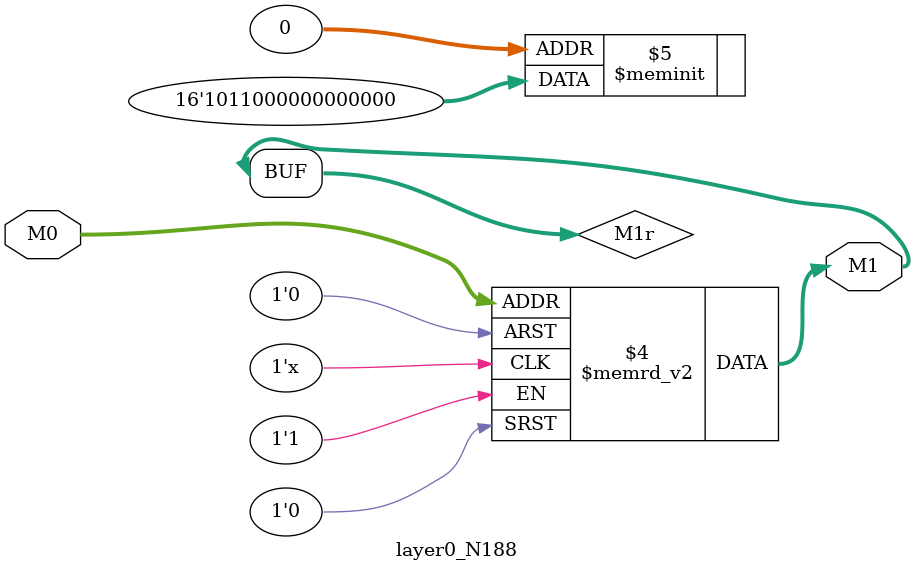
<source format=v>
module layer0_N188 ( input [2:0] M0, output [1:0] M1 );

	(*rom_style = "distributed" *) reg [1:0] M1r;
	assign M1 = M1r;
	always @ (M0) begin
		case (M0)
			3'b000: M1r = 2'b00;
			3'b100: M1r = 2'b00;
			3'b010: M1r = 2'b00;
			3'b110: M1r = 2'b11;
			3'b001: M1r = 2'b00;
			3'b101: M1r = 2'b00;
			3'b011: M1r = 2'b00;
			3'b111: M1r = 2'b10;

		endcase
	end
endmodule

</source>
